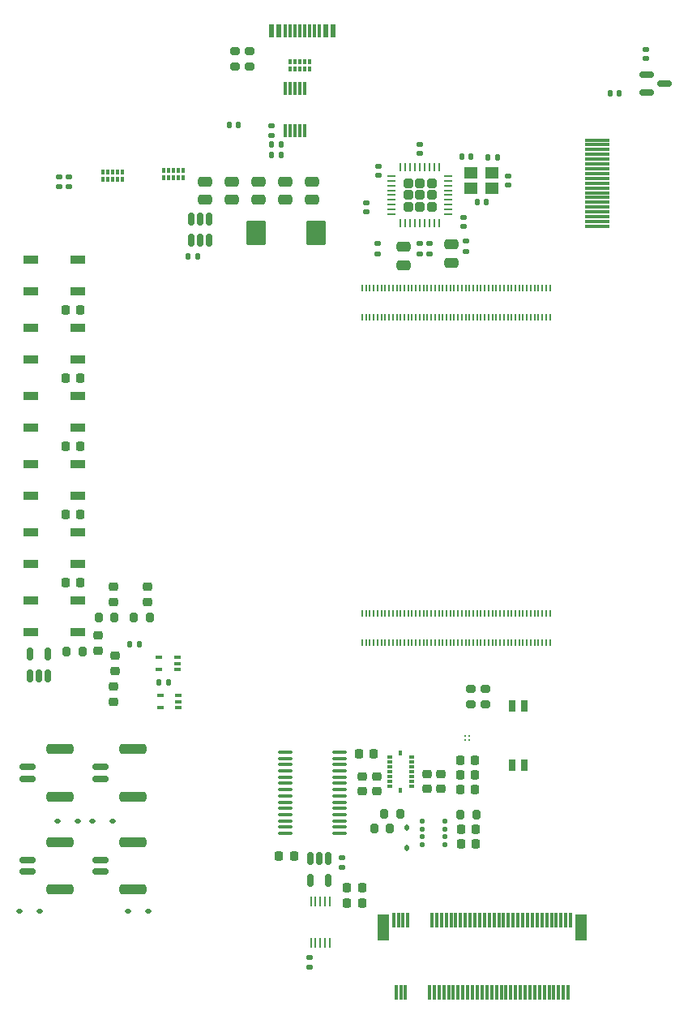
<source format=gbr>
%TF.GenerationSoftware,KiCad,Pcbnew,7.99.0-957-g18dd623122*%
%TF.CreationDate,2023-07-02T21:07:37-04:00*%
%TF.ProjectId,carrier,63617272-6965-4722-9e6b-696361645f70,V1.0*%
%TF.SameCoordinates,Original*%
%TF.FileFunction,Paste,Top*%
%TF.FilePolarity,Positive*%
%FSLAX46Y46*%
G04 Gerber Fmt 4.6, Leading zero omitted, Abs format (unit mm)*
G04 Created by KiCad (PCBNEW 7.99.0-957-g18dd623122) date 2023-07-02 21:07:37*
%MOMM*%
%LPD*%
G01*
G04 APERTURE LIST*
G04 Aperture macros list*
%AMRoundRect*
0 Rectangle with rounded corners*
0 $1 Rounding radius*
0 $2 $3 $4 $5 $6 $7 $8 $9 X,Y pos of 4 corners*
0 Add a 4 corners polygon primitive as box body*
4,1,4,$2,$3,$4,$5,$6,$7,$8,$9,$2,$3,0*
0 Add four circle primitives for the rounded corners*
1,1,$1+$1,$2,$3*
1,1,$1+$1,$4,$5*
1,1,$1+$1,$6,$7*
1,1,$1+$1,$8,$9*
0 Add four rect primitives between the rounded corners*
20,1,$1+$1,$2,$3,$4,$5,0*
20,1,$1+$1,$4,$5,$6,$7,0*
20,1,$1+$1,$6,$7,$8,$9,0*
20,1,$1+$1,$8,$9,$2,$3,0*%
G04 Aperture macros list end*
%ADD10R,0.250000X1.100000*%
%ADD11RoundRect,0.225000X-0.225000X-0.250000X0.225000X-0.250000X0.225000X0.250000X-0.225000X0.250000X0*%
%ADD12RoundRect,0.135000X-0.185000X0.135000X-0.185000X-0.135000X0.185000X-0.135000X0.185000X0.135000X0*%
%ADD13R,2.600000X0.300000*%
%ADD14RoundRect,0.112500X-0.187500X-0.112500X0.187500X-0.112500X0.187500X0.112500X-0.187500X0.112500X0*%
%ADD15RoundRect,0.200000X0.275000X-0.200000X0.275000X0.200000X-0.275000X0.200000X-0.275000X-0.200000X0*%
%ADD16RoundRect,0.225000X0.250000X-0.225000X0.250000X0.225000X-0.250000X0.225000X-0.250000X-0.225000X0*%
%ADD17RoundRect,0.135000X-0.135000X-0.185000X0.135000X-0.185000X0.135000X0.185000X-0.135000X0.185000X0*%
%ADD18RoundRect,0.200000X-0.275000X0.200000X-0.275000X-0.200000X0.275000X-0.200000X0.275000X0.200000X0*%
%ADD19RoundRect,0.225000X0.225000X0.250000X-0.225000X0.250000X-0.225000X-0.250000X0.225000X-0.250000X0*%
%ADD20RoundRect,0.200000X-0.200000X-0.275000X0.200000X-0.275000X0.200000X0.275000X-0.200000X0.275000X0*%
%ADD21RoundRect,0.200000X0.200000X0.275000X-0.200000X0.275000X-0.200000X-0.275000X0.200000X-0.275000X0*%
%ADD22R,1.500000X0.900000*%
%ADD23RoundRect,0.140000X0.170000X-0.140000X0.170000X0.140000X-0.170000X0.140000X-0.170000X-0.140000X0*%
%ADD24RoundRect,0.218750X-0.256250X0.218750X-0.256250X-0.218750X0.256250X-0.218750X0.256250X0.218750X0*%
%ADD25RoundRect,0.135000X0.135000X0.185000X-0.135000X0.185000X-0.135000X-0.185000X0.135000X-0.185000X0*%
%ADD26RoundRect,0.112500X0.112500X-0.187500X0.112500X0.187500X-0.112500X0.187500X-0.112500X-0.187500X0*%
%ADD27R,0.200000X0.700000*%
%ADD28R,0.590000X0.350000*%
%ADD29R,0.350000X0.590000*%
%ADD30R,0.300000X0.550000*%
%ADD31R,0.400000X0.550000*%
%ADD32RoundRect,0.150000X-0.700000X0.150000X-0.700000X-0.150000X0.700000X-0.150000X0.700000X0.150000X0*%
%ADD33RoundRect,0.250000X-1.150000X0.250000X-1.150000X-0.250000X1.150000X-0.250000X1.150000X0.250000X0*%
%ADD34RoundRect,0.140000X-0.140000X-0.170000X0.140000X-0.170000X0.140000X0.170000X-0.140000X0.170000X0*%
%ADD35RoundRect,0.250000X0.475000X-0.250000X0.475000X0.250000X-0.475000X0.250000X-0.475000X-0.250000X0*%
%ADD36R,0.650000X0.400000*%
%ADD37RoundRect,0.225000X-0.250000X0.225000X-0.250000X-0.225000X0.250000X-0.225000X0.250000X0.225000X0*%
%ADD38R,0.300000X1.400000*%
%ADD39R,0.300000X1.550000*%
%ADD40R,1.200000X2.750000*%
%ADD41R,1.400000X1.200000*%
%ADD42R,0.600000X1.450000*%
%ADD43R,0.300000X1.450000*%
%ADD44RoundRect,0.250000X-0.475000X0.250000X-0.475000X-0.250000X0.475000X-0.250000X0.475000X0.250000X0*%
%ADD45RoundRect,0.140000X0.140000X0.170000X-0.140000X0.170000X-0.140000X-0.170000X0.140000X-0.170000X0*%
%ADD46RoundRect,0.140000X-0.170000X0.140000X-0.170000X-0.140000X0.170000X-0.140000X0.170000X0.140000X0*%
%ADD47RoundRect,0.250000X-0.787500X-1.025000X0.787500X-1.025000X0.787500X1.025000X-0.787500X1.025000X0*%
%ADD48RoundRect,0.150000X-0.150000X0.512500X-0.150000X-0.512500X0.150000X-0.512500X0.150000X0.512500X0*%
%ADD49RoundRect,0.150000X0.150000X-0.512500X0.150000X0.512500X-0.150000X0.512500X-0.150000X-0.512500X0*%
%ADD50R,0.760000X1.250000*%
%ADD51C,0.230000*%
%ADD52RoundRect,0.100000X-0.637500X-0.100000X0.637500X-0.100000X0.637500X0.100000X-0.637500X0.100000X0*%
%ADD53RoundRect,0.125000X0.137500X-0.125000X0.137500X0.125000X-0.137500X0.125000X-0.137500X-0.125000X0*%
%ADD54RoundRect,0.150000X-0.587500X-0.150000X0.587500X-0.150000X0.587500X0.150000X-0.587500X0.150000X0*%
%ADD55RoundRect,0.247500X-0.247500X0.247500X-0.247500X-0.247500X0.247500X-0.247500X0.247500X0.247500X0*%
%ADD56RoundRect,0.062500X-0.062500X0.350000X-0.062500X-0.350000X0.062500X-0.350000X0.062500X0.350000X0*%
%ADD57RoundRect,0.062500X-0.350000X0.062500X-0.350000X-0.062500X0.350000X-0.062500X0.350000X0.062500X0*%
G04 APERTURE END LIST*
D10*
%TO.C,U16*%
X29620995Y3539000D03*
X30120995Y3539000D03*
X30620995Y3539000D03*
X31120995Y3539000D03*
X31620995Y3539000D03*
X31620995Y7839000D03*
X31120995Y7839000D03*
X30620995Y7839000D03*
X30120995Y7839000D03*
X29620995Y7839000D03*
%TD*%
D11*
%TO.C,C25*%
X45201995Y21072000D03*
X46751995Y21072000D03*
%TD*%
D12*
%TO.C,R15*%
X4331995Y83415000D03*
X4331995Y82395000D03*
%TD*%
D13*
%TO.C,J1*%
X59530495Y87279000D03*
X59530495Y86779000D03*
X59530495Y86279000D03*
X59530495Y85779000D03*
X59530495Y85279000D03*
X59530495Y84779000D03*
X59530495Y84279000D03*
X59530495Y83779000D03*
X59530495Y83279000D03*
X59530495Y82779000D03*
X59530495Y82279000D03*
X59530495Y81779000D03*
X59530495Y81279000D03*
X59530495Y80779000D03*
X59530495Y80279000D03*
X59530495Y79779000D03*
X59530495Y79279000D03*
X59530495Y78779000D03*
X59530495Y78279000D03*
%TD*%
D14*
%TO.C,D13*%
X6775495Y16230000D03*
X8875495Y16230000D03*
%TD*%
D12*
%TO.C,R22*%
X29477995Y2008000D03*
X29477995Y988000D03*
%TD*%
D15*
%TO.C,R1*%
X46368995Y28359000D03*
X46368995Y30009000D03*
%TD*%
D16*
%TO.C,C38*%
X7368995Y34013000D03*
X7368995Y35563000D03*
%TD*%
D12*
%TO.C,R4*%
X36578995Y76448000D03*
X36578995Y75428000D03*
%TD*%
%TO.C,R3*%
X41007495Y76448000D03*
X41007495Y75428000D03*
%TD*%
D17*
%TO.C,R13*%
X13716995Y30724000D03*
X14736995Y30724000D03*
%TD*%
D18*
%TO.C,R12*%
X23254995Y96557000D03*
X23254995Y94907000D03*
%TD*%
D19*
%TO.C,C30*%
X27839995Y12547000D03*
X26289995Y12547000D03*
%TD*%
D20*
%TO.C,R20*%
X37277995Y17008000D03*
X38927995Y17008000D03*
%TD*%
D17*
%TO.C,R10*%
X25502595Y86807200D03*
X26522595Y86807200D03*
%TD*%
D21*
%TO.C,R21*%
X12776995Y37439000D03*
X11126995Y37439000D03*
%TD*%
D22*
%TO.C,D9*%
X5246995Y57268000D03*
X5246995Y60568000D03*
X346995Y60568000D03*
X346995Y57268000D03*
%TD*%
D23*
%TO.C,C8*%
X25504595Y87775000D03*
X25504595Y88735000D03*
%TD*%
D24*
%TO.C,D5*%
X12586995Y40639500D03*
X12586995Y39064500D03*
%TD*%
D25*
%TO.C,R6*%
X49153995Y85461000D03*
X48133995Y85461000D03*
%TD*%
D14*
%TO.C,D15*%
X10520995Y6832000D03*
X12620995Y6832000D03*
%TD*%
D26*
%TO.C,D3*%
X39612595Y13452800D03*
X39612595Y15552800D03*
%TD*%
D23*
%TO.C,C9*%
X36689495Y83586000D03*
X36689495Y84546000D03*
%TD*%
D27*
%TO.C,Module1*%
X34990995Y34840000D03*
X34990995Y37920000D03*
X35390995Y34840000D03*
X35390995Y37920000D03*
X35790995Y34840000D03*
X35790995Y37920000D03*
X36190995Y34840000D03*
X36190995Y37920000D03*
X36590995Y34840000D03*
X36590995Y37920000D03*
X36990995Y34840000D03*
X36990995Y37920000D03*
X37390995Y34840000D03*
X37390995Y37920000D03*
X37790995Y34840000D03*
X37790995Y37920000D03*
X38190995Y34840000D03*
X38190995Y37920000D03*
X38590995Y34840000D03*
X38590995Y37920000D03*
X38990995Y34840000D03*
X38990995Y37920000D03*
X39390995Y34840000D03*
X39390995Y37920000D03*
X39790995Y34840000D03*
X39790995Y37920000D03*
X40190995Y34840000D03*
X40190995Y37920000D03*
X40590995Y34840000D03*
X40590995Y37920000D03*
X40990995Y34840000D03*
X40990995Y37920000D03*
X41390995Y34840000D03*
X41390995Y37920000D03*
X41790995Y34840000D03*
X41790995Y37920000D03*
X42190995Y34840000D03*
X42190995Y37920000D03*
X42590995Y34840000D03*
X42590995Y37920000D03*
X42990995Y34840000D03*
X42990995Y37920000D03*
X43390995Y34840000D03*
X43390995Y37920000D03*
X43790995Y34840000D03*
X43790995Y37920000D03*
X44190995Y34840000D03*
X44190995Y37920000D03*
X44590995Y34840000D03*
X44590995Y37920000D03*
X44990995Y34840000D03*
X44990995Y37920000D03*
X45390995Y34840000D03*
X45390995Y37920000D03*
X45790995Y34840000D03*
X45790995Y37920000D03*
X46190995Y34840000D03*
X46190995Y37920000D03*
X46590995Y34840000D03*
X46590995Y37920000D03*
X46990995Y34840000D03*
X46990995Y37920000D03*
X47390995Y34840000D03*
X47390995Y37920000D03*
X47790995Y34840000D03*
X47790995Y37920000D03*
X48190995Y34840000D03*
X48190995Y37920000D03*
X48590995Y34840000D03*
X48590995Y37920000D03*
X48990995Y34840000D03*
X48990995Y37920000D03*
X49390995Y34840000D03*
X49390995Y37920000D03*
X49790995Y34840000D03*
X49790995Y37920000D03*
X50190995Y34840000D03*
X50190995Y37920000D03*
X50590995Y34840000D03*
X50590995Y37920000D03*
X50990995Y34840000D03*
X50990995Y37920000D03*
X51390995Y34840000D03*
X51390995Y37920000D03*
X51790995Y34840000D03*
X51790995Y37920000D03*
X52190995Y34840000D03*
X52190995Y37920000D03*
X52590995Y34840000D03*
X52590995Y37920000D03*
X52990995Y34840000D03*
X52990995Y37920000D03*
X53390995Y34840000D03*
X53390995Y37920000D03*
X53790995Y34840000D03*
X53790995Y37920000D03*
X54190995Y34840000D03*
X54190995Y37920000D03*
X54590995Y34840000D03*
X54590995Y37920000D03*
X34990995Y68760000D03*
X34990995Y71840000D03*
X35390995Y68760000D03*
X35390995Y71840000D03*
X35790995Y68760000D03*
X35790995Y71840000D03*
X36190995Y68760000D03*
X36190995Y71840000D03*
X36590995Y68760000D03*
X36590995Y71840000D03*
X36990995Y68760000D03*
X36990995Y71840000D03*
X37390995Y68760000D03*
X37390995Y71840000D03*
X37790995Y68760000D03*
X37790995Y71840000D03*
X38190995Y68760000D03*
X38190995Y71840000D03*
X38590995Y68760000D03*
X38590995Y71840000D03*
X38990995Y68760000D03*
X38990995Y71840000D03*
X39390995Y68760000D03*
X39390995Y71840000D03*
X39790995Y68760000D03*
X39790995Y71840000D03*
X40190995Y68760000D03*
X40190995Y71840000D03*
X40590995Y68760000D03*
X40590995Y71840000D03*
X40990995Y68760000D03*
X40990995Y71840000D03*
X41390995Y68760000D03*
X41390995Y71840000D03*
X41790995Y68760000D03*
X41790995Y71840000D03*
X42190995Y68760000D03*
X42190995Y71840000D03*
X42590995Y68760000D03*
X42590995Y71840000D03*
X42990995Y68760000D03*
X42990995Y71840000D03*
X43390995Y68760000D03*
X43390995Y71840000D03*
X43790995Y68760000D03*
X43790995Y71840000D03*
X44190995Y68760000D03*
X44190995Y71840000D03*
X44590995Y68760000D03*
X44590995Y71840000D03*
X44990995Y68760000D03*
X44990995Y71840000D03*
X45390995Y68760000D03*
X45390995Y71840000D03*
X45790995Y68760000D03*
X45790995Y71840000D03*
X46190995Y68760000D03*
X46190995Y71840000D03*
X46590995Y68760000D03*
X46590995Y71840000D03*
X46990995Y68760000D03*
X46990995Y71840000D03*
X47390995Y68760000D03*
X47390995Y71840000D03*
X47790995Y68760000D03*
X47790995Y71840000D03*
X48190995Y68760000D03*
X48190995Y71840000D03*
X48590995Y68760000D03*
X48590995Y71840000D03*
X48990995Y68760000D03*
X48990995Y71840000D03*
X49390995Y68760000D03*
X49390995Y71840000D03*
X49790995Y68760000D03*
X49790995Y71840000D03*
X50190995Y68760000D03*
X50190995Y71840000D03*
X50590995Y68760000D03*
X50590995Y71840000D03*
X50990995Y68760000D03*
X50990995Y71840000D03*
X51390995Y68760000D03*
X51390995Y71840000D03*
X51790995Y68760000D03*
X51790995Y71840000D03*
X52190995Y68760000D03*
X52190995Y71840000D03*
X52590995Y68760000D03*
X52590995Y71840000D03*
X52990995Y68760000D03*
X52990995Y71840000D03*
X53390995Y68760000D03*
X53390995Y71840000D03*
X53790995Y68760000D03*
X53790995Y71840000D03*
X54190995Y68760000D03*
X54190995Y71840000D03*
X54590995Y68760000D03*
X54590995Y71840000D03*
%TD*%
D24*
%TO.C,D1*%
X9003995Y30244500D03*
X9003995Y28669500D03*
%TD*%
D12*
%TO.C,R5*%
X45833495Y76702000D03*
X45833495Y75682000D03*
%TD*%
D25*
%TO.C,R9*%
X26522595Y85740400D03*
X25502595Y85740400D03*
%TD*%
D28*
%TO.C,U13*%
X40173895Y22860000D03*
X40173895Y22360000D03*
X40173895Y21860000D03*
X40173895Y21360000D03*
X40173895Y20860000D03*
X40173895Y20360000D03*
X40173895Y19860000D03*
D29*
X39008895Y19445000D03*
D28*
X37843895Y19860000D03*
X37843895Y20360000D03*
X37843895Y20860000D03*
X37843895Y21360000D03*
X37843895Y21860000D03*
X37843895Y22360000D03*
X37843895Y22860000D03*
D29*
X39008895Y23275000D03*
%TD*%
D18*
%TO.C,R11*%
X21730995Y96557000D03*
X21730995Y94907000D03*
%TD*%
D22*
%TO.C,D11*%
X5246995Y71460000D03*
X5246995Y74760000D03*
X346995Y74760000D03*
X346995Y71460000D03*
%TD*%
D12*
%TO.C,R16*%
X3315995Y83415000D03*
X3315995Y82395000D03*
%TD*%
D30*
%TO.C,U7*%
X7892995Y83171000D03*
X8392995Y83171000D03*
D31*
X8892995Y83171000D03*
D30*
X9392995Y83171000D03*
X9892995Y83171000D03*
X9892995Y83941000D03*
X9392995Y83941000D03*
D31*
X8892995Y83941000D03*
D30*
X8392995Y83941000D03*
X7892995Y83941000D03*
%TD*%
D32*
%TO.C,SW2*%
X7683495Y21869000D03*
X7683495Y20619000D03*
D33*
X11033495Y23719000D03*
X11033495Y18769000D03*
%TD*%
D11*
%TO.C,C33*%
X3967995Y41138000D03*
X5517995Y41138000D03*
%TD*%
D14*
%TO.C,D14*%
X3154995Y16230000D03*
X5254995Y16230000D03*
%TD*%
D25*
%TO.C,R8*%
X17824095Y75134150D03*
X16804095Y75134150D03*
%TD*%
D23*
%TO.C,C11*%
X41007495Y85882000D03*
X41007495Y86842000D03*
%TD*%
D32*
%TO.C,SW4*%
X7683495Y12176000D03*
X7683495Y10926000D03*
D33*
X11033495Y14026000D03*
X11033495Y9076000D03*
%TD*%
D20*
%TO.C,R19*%
X7443995Y37439000D03*
X9093995Y37439000D03*
%TD*%
D32*
%TO.C,SW5*%
X33495Y12176000D03*
X33495Y10926000D03*
D33*
X3383495Y14026000D03*
X3383495Y9076000D03*
%TD*%
D11*
%TO.C,C20*%
X45304495Y13808500D03*
X46854495Y13808500D03*
%TD*%
D24*
%TO.C,D2*%
X9135995Y33434500D03*
X9135995Y31859500D03*
%TD*%
D34*
%TO.C,C19*%
X21112995Y88890000D03*
X22072995Y88890000D03*
%TD*%
D35*
%TO.C,C16*%
X24172095Y81042150D03*
X24172095Y82942150D03*
%TD*%
D11*
%TO.C,C24*%
X45201995Y22566000D03*
X46751995Y22566000D03*
%TD*%
D36*
%TO.C,U6*%
X15795995Y28042000D03*
X15795995Y28692000D03*
X15795995Y29342000D03*
X13895995Y29342000D03*
X13895995Y28042000D03*
%TD*%
D37*
%TO.C,C21*%
X43238995Y21105000D03*
X43238995Y19555000D03*
%TD*%
D30*
%TO.C,U8*%
X14242995Y83308000D03*
X14742995Y83308000D03*
D31*
X15242995Y83308000D03*
D30*
X15742995Y83308000D03*
X16242995Y83308000D03*
X16242995Y84078000D03*
X15742995Y84078000D03*
D31*
X15242995Y84078000D03*
D30*
X14742995Y84078000D03*
X14242995Y84078000D03*
%TD*%
D20*
%TO.C,R18*%
X36247595Y15417200D03*
X37897595Y15417200D03*
%TD*%
D32*
%TO.C,SW3*%
X33495Y21869000D03*
X33495Y20619000D03*
D33*
X3383495Y23719000D03*
X3383495Y18769000D03*
%TD*%
D38*
%TO.C,U4*%
X26942995Y88290200D03*
X27442995Y88290200D03*
X27942995Y88290200D03*
X28442995Y88290200D03*
X28942995Y88290200D03*
X28942995Y92690200D03*
X28442995Y92690200D03*
X27942995Y92690200D03*
X27442995Y92690200D03*
X26942995Y92690200D03*
%TD*%
D39*
%TO.C,J18*%
X38261995Y5908000D03*
X38511995Y-1642000D03*
X38761995Y5908000D03*
X39011995Y-1642000D03*
X39261995Y5908000D03*
X39511995Y-1642000D03*
X39761995Y5908000D03*
X42011995Y-1642000D03*
X42261995Y5908000D03*
X42511995Y-1642000D03*
X42761995Y5908000D03*
X43011995Y-1642000D03*
X43261995Y5908000D03*
X43511995Y-1642000D03*
X43761995Y5908000D03*
X44011995Y-1642000D03*
X44261995Y5908000D03*
X44511995Y-1642000D03*
X44761995Y5908000D03*
X45011995Y-1642000D03*
X45261995Y5908000D03*
X45511995Y-1642000D03*
X45761995Y5908000D03*
X46011995Y-1642000D03*
X46261995Y5908000D03*
X46511995Y-1642000D03*
X46761995Y5908000D03*
X47011995Y-1642000D03*
X47261995Y5908000D03*
X47511995Y-1642000D03*
X47761995Y5908000D03*
X48011995Y-1642000D03*
X48261995Y5908000D03*
X48511995Y-1642000D03*
X48761995Y5908000D03*
X49011995Y-1642000D03*
X49261995Y5908000D03*
X49511995Y-1642000D03*
X49761995Y5908000D03*
X50011995Y-1642000D03*
X50261995Y5908000D03*
X50511995Y-1642000D03*
X50761995Y5908000D03*
X51011995Y-1642000D03*
X51261995Y5908000D03*
X51511995Y-1642000D03*
X51761995Y5908000D03*
X52011995Y-1642000D03*
X52261995Y5908000D03*
X52511995Y-1642000D03*
X52761995Y5908000D03*
X53011995Y-1642000D03*
X53261995Y5908000D03*
X53511995Y-1642000D03*
X53761995Y5908000D03*
X54011995Y-1642000D03*
X54261995Y5908000D03*
X54511995Y-1642000D03*
X54761995Y5908000D03*
X55011995Y-1642000D03*
X55261995Y5908000D03*
X55511995Y-1642000D03*
X55761995Y5908000D03*
X56011995Y-1642000D03*
X56261995Y5908000D03*
X56511995Y-1642000D03*
X56761995Y5908000D03*
D40*
X37161995Y5133000D03*
X57861995Y5133000D03*
%TD*%
D37*
%TO.C,C27*%
X34988995Y20855000D03*
X34988995Y19305000D03*
%TD*%
D41*
%TO.C,Y1*%
X48576495Y83860000D03*
X46376495Y83860000D03*
X46376495Y82260000D03*
X48576495Y82260000D03*
%TD*%
D42*
%TO.C,J2*%
X31974995Y98631500D03*
X31174995Y98631500D03*
D43*
X29974995Y98631500D03*
X28974995Y98631500D03*
X28474995Y98631500D03*
X27474995Y98631500D03*
D42*
X26274995Y98631500D03*
X25474995Y98631500D03*
X25474995Y98631500D03*
X26274995Y98631500D03*
D43*
X26974995Y98631500D03*
X27974995Y98631500D03*
X29474995Y98631500D03*
X30474995Y98631500D03*
D42*
X31174995Y98631500D03*
X31974995Y98631500D03*
%TD*%
D44*
%TO.C,C6*%
X39348495Y76136000D03*
X39348495Y74236000D03*
%TD*%
D14*
%TO.C,D16*%
X-844505Y6832000D03*
X1255495Y6832000D03*
%TD*%
D35*
%TO.C,C4*%
X18584095Y81042150D03*
X18584095Y82942150D03*
%TD*%
D45*
%TO.C,C2*%
X61834995Y92192000D03*
X60874995Y92192000D03*
%TD*%
D46*
%TO.C,C3*%
X50270495Y83540000D03*
X50270495Y82580000D03*
%TD*%
%TO.C,C15*%
X35419495Y80736000D03*
X35419495Y79776000D03*
%TD*%
D47*
%TO.C,C12*%
X23901695Y77596400D03*
X30126695Y77596400D03*
%TD*%
D20*
%TO.C,R24*%
X4127995Y33909000D03*
X5777995Y33909000D03*
%TD*%
D48*
%TO.C,U2*%
X19026095Y79065650D03*
X18076095Y79065650D03*
X17126095Y79065650D03*
X17126095Y76790650D03*
X18076095Y76790650D03*
X19026095Y76790650D03*
%TD*%
D46*
%TO.C,C13*%
X45579495Y79212000D03*
X45579495Y78252000D03*
%TD*%
D24*
%TO.C,D4*%
X9030995Y40639500D03*
X9030995Y39064500D03*
%TD*%
D12*
%TO.C,R7*%
X42023495Y76448000D03*
X42023495Y75428000D03*
%TD*%
D22*
%TO.C,D10*%
X5246995Y64380000D03*
X5246995Y67680000D03*
X346995Y67680000D03*
X346995Y64380000D03*
%TD*%
D49*
%TO.C,U17*%
X258995Y31380000D03*
X1208995Y31380000D03*
X2158995Y31380000D03*
X2158995Y33655000D03*
X258995Y33655000D03*
%TD*%
D37*
%TO.C,C23*%
X36488995Y20855000D03*
X36488995Y19305000D03*
%TD*%
D50*
%TO.C,SW1*%
X51945995Y28210000D03*
X50675995Y28210000D03*
X50675995Y22060000D03*
X51945995Y22060000D03*
%TD*%
D25*
%TO.C,R14*%
X11677995Y34679000D03*
X10657995Y34679000D03*
%TD*%
D51*
%TO.C,U12*%
X45776995Y25082000D03*
X46176995Y25082000D03*
X45776995Y24682000D03*
X46176995Y24682000D03*
%TD*%
D44*
%TO.C,C5*%
X44309495Y76380000D03*
X44309495Y74480000D03*
%TD*%
D11*
%TO.C,C34*%
X3967995Y48250000D03*
X5517995Y48250000D03*
%TD*%
D48*
%TO.C,U15*%
X31443995Y12287500D03*
X30493995Y12287500D03*
X29543995Y12287500D03*
X29543995Y10012500D03*
X31443995Y10012500D03*
%TD*%
D52*
%TO.C,U14*%
X26909823Y23392800D03*
X26909823Y22742800D03*
X26909823Y22092800D03*
X26909823Y21442800D03*
X26909823Y20792800D03*
X26909823Y20142800D03*
X26909823Y19492800D03*
X26909823Y18842800D03*
X26909823Y18192800D03*
X26909823Y17542800D03*
X26909823Y16892800D03*
X26909823Y16242800D03*
X26909823Y15592800D03*
X26909823Y14942800D03*
X32634823Y14942800D03*
X32634823Y15592800D03*
X32634823Y16242800D03*
X32634823Y16892800D03*
X32634823Y17542800D03*
X32634823Y18192800D03*
X32634823Y18842800D03*
X32634823Y19492800D03*
X32634823Y20142800D03*
X32634823Y20792800D03*
X32634823Y21442800D03*
X32634823Y22092800D03*
X32634823Y22742800D03*
X32634823Y23392800D03*
%TD*%
D21*
%TO.C,R17*%
X46904495Y16856500D03*
X45254495Y16856500D03*
%TD*%
D30*
%TO.C,U5*%
X29450995Y95447200D03*
X28950995Y95447200D03*
D31*
X28450995Y95447200D03*
D30*
X27950995Y95447200D03*
X27450995Y95447200D03*
X27450995Y94677200D03*
X27950995Y94677200D03*
D31*
X28450995Y94677200D03*
D30*
X28950995Y94677200D03*
X29450995Y94677200D03*
%TD*%
D53*
%TO.C,U11*%
X41233495Y13776000D03*
X41233495Y14576000D03*
X41233495Y15376000D03*
X41233495Y16176000D03*
X43608495Y16176000D03*
X43608495Y15376000D03*
X43608495Y14576000D03*
X43608495Y13776000D03*
%TD*%
D37*
%TO.C,C28*%
X41738995Y21105000D03*
X41738995Y19555000D03*
%TD*%
D35*
%TO.C,C17*%
X26966095Y81042150D03*
X26966095Y82942150D03*
%TD*%
D22*
%TO.C,D6*%
X5246995Y35932000D03*
X5246995Y39232000D03*
X346995Y39232000D03*
X346995Y35932000D03*
%TD*%
D11*
%TO.C,C26*%
X45201995Y19548000D03*
X46751995Y19548000D03*
%TD*%
D34*
%TO.C,C7*%
X46996495Y80774000D03*
X47956495Y80774000D03*
%TD*%
D11*
%TO.C,C37*%
X3967995Y69586000D03*
X5517995Y69586000D03*
%TD*%
D19*
%TO.C,C29*%
X36196595Y23240400D03*
X34646595Y23240400D03*
%TD*%
D12*
%TO.C,R23*%
X32906995Y12422000D03*
X32906995Y11402000D03*
%TD*%
D36*
%TO.C,U9*%
X15673995Y31997000D03*
X15673995Y32647000D03*
X15673995Y33297000D03*
X13773995Y33297000D03*
X13773995Y31997000D03*
%TD*%
D23*
%TO.C,C1*%
X64656995Y95760000D03*
X64656995Y96720000D03*
%TD*%
D35*
%TO.C,C14*%
X21378095Y81042150D03*
X21378095Y82942150D03*
%TD*%
%TO.C,C18*%
X29760095Y81042150D03*
X29760095Y82942150D03*
%TD*%
D11*
%TO.C,C36*%
X3967995Y62474000D03*
X5517995Y62474000D03*
%TD*%
%TO.C,C22*%
X45304495Y15332500D03*
X46854495Y15332500D03*
%TD*%
D54*
%TO.C,U1*%
X64696495Y94102000D03*
X64696495Y92202000D03*
X66571495Y93152000D03*
%TD*%
D19*
%TO.C,C32*%
X34951995Y7619400D03*
X33401995Y7619400D03*
%TD*%
D55*
%TO.C,U3*%
X42237495Y82756000D03*
X41007495Y82756000D03*
X39777495Y82756000D03*
X42237495Y81526000D03*
X41007495Y81526000D03*
X39777495Y81526000D03*
X42237495Y80296000D03*
X41007495Y80296000D03*
X39777495Y80296000D03*
D56*
X43007495Y84463500D03*
X42507495Y84463500D03*
X42007495Y84463500D03*
X41507495Y84463500D03*
X41007495Y84463500D03*
X40507495Y84463500D03*
X40007495Y84463500D03*
X39507495Y84463500D03*
X39007495Y84463500D03*
D57*
X38069995Y83526000D03*
X38069995Y83026000D03*
X38069995Y82526000D03*
X38069995Y82026000D03*
X38069995Y81526000D03*
X38069995Y81026000D03*
X38069995Y80526000D03*
X38069995Y80026000D03*
X38069995Y79526000D03*
D56*
X39007495Y78588500D03*
X39507495Y78588500D03*
X40007495Y78588500D03*
X40507495Y78588500D03*
X41007495Y78588500D03*
X41507495Y78588500D03*
X42007495Y78588500D03*
X42507495Y78588500D03*
X43007495Y78588500D03*
D57*
X43944995Y79526000D03*
X43944995Y80026000D03*
X43944995Y80526000D03*
X43944995Y81026000D03*
X43944995Y81526000D03*
X43944995Y82026000D03*
X43944995Y82526000D03*
X43944995Y83026000D03*
X43944995Y83526000D03*
%TD*%
D22*
%TO.C,D8*%
X5246995Y50156000D03*
X5246995Y53456000D03*
X346995Y53456000D03*
X346995Y50156000D03*
%TD*%
D18*
%TO.C,R2*%
X47892995Y30009000D03*
X47892995Y28359000D03*
%TD*%
D34*
%TO.C,C10*%
X45369995Y85588000D03*
X46329995Y85588000D03*
%TD*%
D22*
%TO.C,D7*%
X5246995Y43044000D03*
X5246995Y46344000D03*
X346995Y46344000D03*
X346995Y43044000D03*
%TD*%
D11*
%TO.C,C31*%
X33401995Y9270400D03*
X34951995Y9270400D03*
%TD*%
%TO.C,C35*%
X3967995Y55362000D03*
X5517995Y55362000D03*
%TD*%
M02*

</source>
